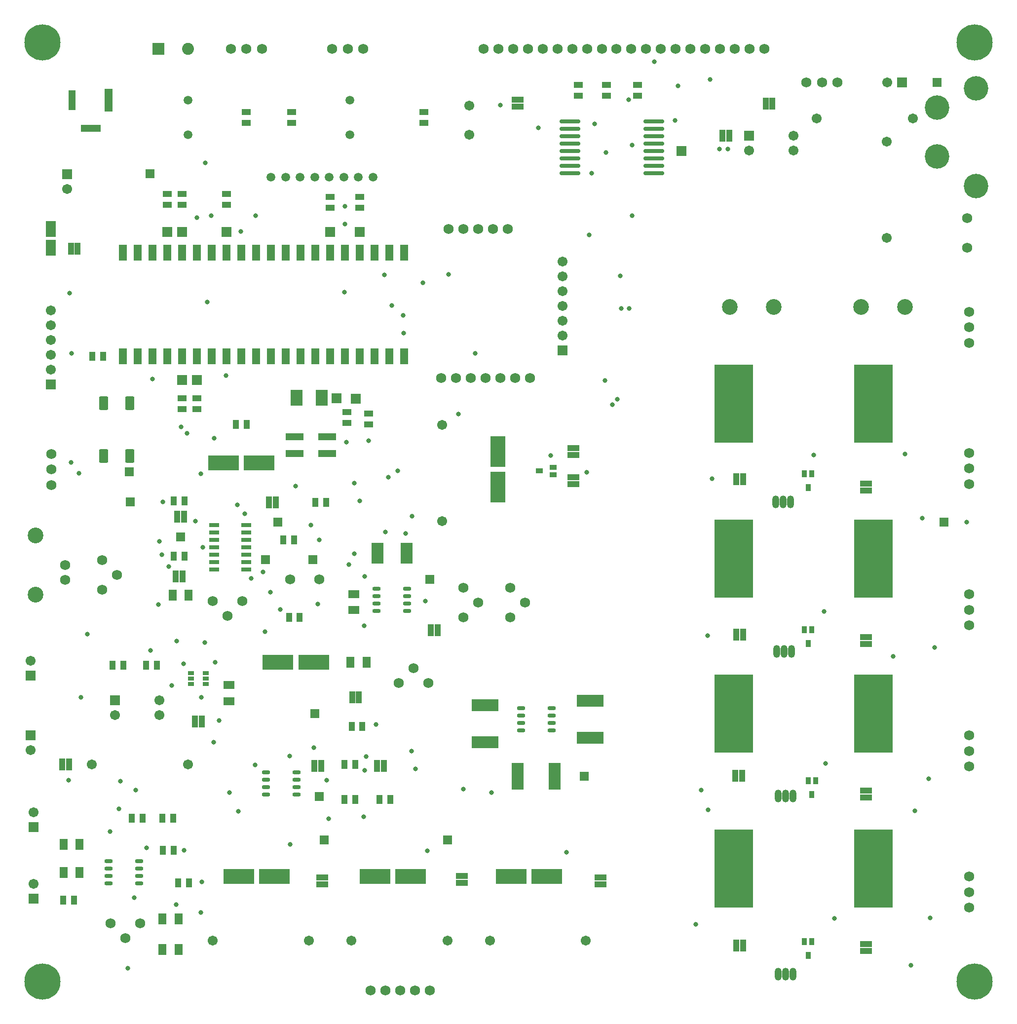
<source format=gts>
G04*
G04 #@! TF.GenerationSoftware,Altium Limited,Altium Designer,21.6.1 (37)*
G04*
G04 Layer_Color=8388736*
%FSLAX25Y25*%
%MOIN*%
G70*
G04*
G04 #@! TF.SameCoordinates,2CCEC8D5-DFE6-49CD-9DF0-9BB73A36F05B*
G04*
G04*
G04 #@! TF.FilePolarity,Negative*
G04*
G01*
G75*
%ADD18R,0.07887X0.18320*%
%ADD19R,0.18320X0.07887*%
%ADD20R,0.07887X0.13989*%
%ADD21O,0.14186X0.02965*%
%ADD22R,0.06509X0.03162*%
%ADD23O,0.05721X0.02965*%
%ADD24R,0.05800X0.10642*%
%ADD25R,0.05800X0.10800*%
%ADD26R,0.03950X0.03162*%
%ADD27R,0.03556X0.04737*%
%ADD28R,0.04737X0.03556*%
%ADD29R,0.26194X0.53162*%
%ADD30R,0.21076X0.10446*%
%ADD31R,0.10446X0.21076*%
%ADD32R,0.07296X0.05524*%
%ADD33R,0.05524X0.07296*%
%ADD34R,0.05918X0.04343*%
%ADD35R,0.04343X0.05918*%
%ADD36R,0.03950X0.08083*%
%ADD37R,0.08083X0.03950*%
%ADD38R,0.12414X0.04737*%
%ADD39R,0.06800X0.06800*%
%ADD40R,0.06800X0.06800*%
%ADD41R,0.07099X0.10642*%
%ADD42R,0.08280X0.11036*%
G04:AMPARAMS|DCode=43|XSize=90.68mil|YSize=62.33mil|CornerRadius=8.07mil|HoleSize=0mil|Usage=FLASHONLY|Rotation=270.000|XOffset=0mil|YOffset=0mil|HoleType=Round|Shape=RoundedRectangle|*
%AMROUNDEDRECTD43*
21,1,0.09068,0.04618,0,0,270.0*
21,1,0.07453,0.06233,0,0,270.0*
1,1,0.01615,-0.02309,-0.03726*
1,1,0.01615,-0.02309,0.03726*
1,1,0.01615,0.02309,0.03726*
1,1,0.01615,0.02309,-0.03726*
%
%ADD43ROUNDEDRECTD43*%
%ADD44C,0.24422*%
%ADD45C,0.16548*%
%ADD46C,0.06800*%
%ADD47C,0.05918*%
%ADD48C,0.10642*%
%ADD49C,0.06706*%
%ADD50R,0.13398X0.04737*%
%ADD51R,0.05524X0.15367*%
%ADD52R,0.04737X0.13398*%
%ADD53R,0.06194X0.06194*%
%ADD54R,0.06706X0.06706*%
%ADD55R,0.06706X0.06706*%
%ADD56O,0.04737X0.08674*%
%ADD57O,0.04737X0.08674*%
%ADD58R,0.08083X0.08083*%
%ADD59C,0.08083*%
%ADD60C,0.03162*%
D18*
X365846Y158465D02*
D03*
X340846D02*
D03*
D19*
X389764Y184350D02*
D03*
Y209350D02*
D03*
X318898Y181398D02*
D03*
Y206398D02*
D03*
D20*
X265846Y309055D02*
D03*
X245965D02*
D03*
D21*
X375984Y600669D02*
D03*
Y595669D02*
D03*
Y590669D02*
D03*
Y585669D02*
D03*
Y580669D02*
D03*
Y575669D02*
D03*
Y570669D02*
D03*
Y565669D02*
D03*
X432677Y600669D02*
D03*
Y595669D02*
D03*
Y590669D02*
D03*
Y585669D02*
D03*
Y580669D02*
D03*
Y575669D02*
D03*
Y570669D02*
D03*
Y565669D02*
D03*
D22*
X157382Y297992D02*
D03*
Y302992D02*
D03*
Y307992D02*
D03*
Y312992D02*
D03*
Y317992D02*
D03*
Y322992D02*
D03*
Y327992D02*
D03*
X135925Y297992D02*
D03*
Y302992D02*
D03*
Y307992D02*
D03*
Y312992D02*
D03*
Y317992D02*
D03*
Y322992D02*
D03*
Y327992D02*
D03*
D23*
X85138Y86004D02*
D03*
Y91004D02*
D03*
Y96004D02*
D03*
Y101004D02*
D03*
X64468Y86004D02*
D03*
Y91004D02*
D03*
Y96004D02*
D03*
Y101004D02*
D03*
X191437Y146043D02*
D03*
Y151043D02*
D03*
Y156043D02*
D03*
Y161043D02*
D03*
X170768Y146043D02*
D03*
Y151043D02*
D03*
Y156043D02*
D03*
Y161043D02*
D03*
X363681Y189350D02*
D03*
Y194350D02*
D03*
Y199350D02*
D03*
Y204350D02*
D03*
X343012Y189350D02*
D03*
Y194350D02*
D03*
Y199350D02*
D03*
Y204350D02*
D03*
X266240Y270059D02*
D03*
Y275059D02*
D03*
Y280059D02*
D03*
Y285059D02*
D03*
X245571Y270059D02*
D03*
Y275059D02*
D03*
Y280059D02*
D03*
Y285059D02*
D03*
D24*
X74000Y512000D02*
D03*
D25*
X174000D02*
D03*
X164000D02*
D03*
X154000D02*
D03*
X144000D02*
D03*
X134000D02*
D03*
X264000D02*
D03*
X254000D02*
D03*
X244000D02*
D03*
X234000D02*
D03*
X224000D02*
D03*
X214000D02*
D03*
X204000D02*
D03*
X194000D02*
D03*
X184000D02*
D03*
X104000D02*
D03*
X94000D02*
D03*
X114000D02*
D03*
X84000D02*
D03*
X124000D02*
D03*
X74000Y442000D02*
D03*
X84000D02*
D03*
X94000D02*
D03*
X104000D02*
D03*
X114000D02*
D03*
X124000D02*
D03*
X134000D02*
D03*
X144000D02*
D03*
X154000D02*
D03*
X164000D02*
D03*
X234000D02*
D03*
X204000D02*
D03*
X214000D02*
D03*
X224000D02*
D03*
X244000D02*
D03*
X254000D02*
D03*
X264000D02*
D03*
X194000D02*
D03*
X184000D02*
D03*
X174000D02*
D03*
D26*
X119980Y220669D02*
D03*
Y224410D02*
D03*
Y228150D02*
D03*
X130020D02*
D03*
Y224410D02*
D03*
Y220669D02*
D03*
D27*
X539583Y257371D02*
D03*
X534465D02*
D03*
X537024Y248119D02*
D03*
X542142Y155413D02*
D03*
X537024D02*
D03*
X539583Y146161D02*
D03*
X539583Y362744D02*
D03*
X534465D02*
D03*
X537024Y353492D02*
D03*
X539583Y46626D02*
D03*
X534465D02*
D03*
X537024Y37374D02*
D03*
D28*
X364685Y362047D02*
D03*
Y367165D02*
D03*
X355433Y364606D02*
D03*
D29*
X486854Y305333D02*
D03*
X581146D02*
D03*
X486854Y200667D02*
D03*
X581146D02*
D03*
X486854Y410000D02*
D03*
X581146D02*
D03*
X486854Y96000D02*
D03*
X581146D02*
D03*
D30*
X202953Y235236D02*
D03*
X178937D02*
D03*
X166008Y370000D02*
D03*
X141992D02*
D03*
X268425Y90551D02*
D03*
X244409D02*
D03*
X176378D02*
D03*
X152362D02*
D03*
X360472D02*
D03*
X336457D02*
D03*
D31*
X327284Y353780D02*
D03*
Y377795D02*
D03*
D32*
X145669Y219980D02*
D03*
Y209154D02*
D03*
X229979Y281398D02*
D03*
Y270571D02*
D03*
D33*
X44783Y93504D02*
D03*
X33957D02*
D03*
X107776Y280512D02*
D03*
X118602D02*
D03*
X44783Y112205D02*
D03*
X33957D02*
D03*
X238681Y235236D02*
D03*
X227854D02*
D03*
X111713Y41339D02*
D03*
X100886D02*
D03*
X100886Y62008D02*
D03*
X111713D02*
D03*
D34*
X157480Y599705D02*
D03*
Y606988D02*
D03*
X187992Y599705D02*
D03*
Y606988D02*
D03*
X277480Y599705D02*
D03*
Y606988D02*
D03*
X381890Y625295D02*
D03*
Y618012D02*
D03*
X400787Y625295D02*
D03*
Y618012D02*
D03*
X421654Y625295D02*
D03*
Y618012D02*
D03*
X144000Y551642D02*
D03*
Y544358D02*
D03*
X114000Y551642D02*
D03*
Y544358D02*
D03*
X104000Y551642D02*
D03*
Y544358D02*
D03*
X214000Y549642D02*
D03*
Y542358D02*
D03*
X234000Y549642D02*
D03*
Y542358D02*
D03*
X240158Y395965D02*
D03*
Y403248D02*
D03*
X225394Y396949D02*
D03*
Y404232D02*
D03*
X124000Y406358D02*
D03*
Y413642D02*
D03*
X114000Y406358D02*
D03*
Y413642D02*
D03*
D35*
X118701Y86417D02*
D03*
X111417D02*
D03*
X108563Y344488D02*
D03*
X115847D02*
D03*
X193602Y265748D02*
D03*
X186319D02*
D03*
X108366Y108268D02*
D03*
X101083D02*
D03*
X157642Y396000D02*
D03*
X150358D02*
D03*
X231004Y166339D02*
D03*
X223721D02*
D03*
X211319Y343504D02*
D03*
X204035D02*
D03*
X100689Y129921D02*
D03*
X107972D02*
D03*
X115847Y307087D02*
D03*
X108563D02*
D03*
X33760Y74803D02*
D03*
X41043D02*
D03*
X89862Y233268D02*
D03*
X97146D02*
D03*
X67224D02*
D03*
X74508D02*
D03*
X235925Y191929D02*
D03*
X228642D02*
D03*
X247342Y142717D02*
D03*
X254626D02*
D03*
X53445Y441929D02*
D03*
X60728D02*
D03*
X87303Y129921D02*
D03*
X80020D02*
D03*
X223721Y142717D02*
D03*
X231004D02*
D03*
X189665Y317913D02*
D03*
X182382D02*
D03*
D36*
X109941Y293307D02*
D03*
X114469D02*
D03*
X203445Y165354D02*
D03*
X207972D02*
D03*
X33169Y166339D02*
D03*
X37697D02*
D03*
X127461Y195276D02*
D03*
X122933D02*
D03*
X512894Y612598D02*
D03*
X508366D02*
D03*
X479232Y590945D02*
D03*
X483760D02*
D03*
X229035Y211614D02*
D03*
X233563D02*
D03*
X245768Y165354D02*
D03*
X250295D02*
D03*
X115453Y333661D02*
D03*
X110925D02*
D03*
X488500Y44000D02*
D03*
X493028D02*
D03*
X488500Y254068D02*
D03*
X493028D02*
D03*
X487894Y158661D02*
D03*
X492421D02*
D03*
X488500Y359102D02*
D03*
X493028D02*
D03*
X172933Y343504D02*
D03*
X177461D02*
D03*
X39075Y514764D02*
D03*
X43602D02*
D03*
X282185Y256890D02*
D03*
X286713D02*
D03*
D37*
X340945Y615256D02*
D03*
Y610728D02*
D03*
X576181Y148556D02*
D03*
Y144029D02*
D03*
Y355906D02*
D03*
Y351378D02*
D03*
Y252231D02*
D03*
Y247703D02*
D03*
X303150Y86319D02*
D03*
Y90847D02*
D03*
X208661Y85335D02*
D03*
Y89862D02*
D03*
X396654Y85335D02*
D03*
Y89862D02*
D03*
X378465Y360177D02*
D03*
Y355650D02*
D03*
Y375335D02*
D03*
Y379862D02*
D03*
X576181Y44882D02*
D03*
Y40354D02*
D03*
D38*
X212000Y376390D02*
D03*
Y387610D02*
D03*
X190000Y376390D02*
D03*
Y387610D02*
D03*
D39*
X231299Y413386D02*
D03*
X104000Y526000D02*
D03*
X114000Y426000D02*
D03*
Y526000D02*
D03*
X234000D02*
D03*
X124000Y426000D02*
D03*
X144000Y526000D02*
D03*
X214000D02*
D03*
X451476Y580610D02*
D03*
D40*
X218555Y413634D02*
D03*
D41*
X25297Y515354D02*
D03*
Y527953D02*
D03*
D42*
X208465Y414000D02*
D03*
X191535D02*
D03*
D43*
X61260Y410433D02*
D03*
Y374606D02*
D03*
X78898Y410433D02*
D03*
Y374606D02*
D03*
D44*
X19685Y653937D02*
D03*
Y19685D02*
D03*
X649606D02*
D03*
Y653937D02*
D03*
D45*
X650591Y556973D02*
D03*
Y622905D02*
D03*
X624016Y609842D02*
D03*
Y577165D02*
D03*
D46*
X644291Y535433D02*
D03*
Y515433D02*
D03*
X294000Y528000D02*
D03*
X304000D02*
D03*
X314000D02*
D03*
X324000D02*
D03*
X334000D02*
D03*
X289079Y427400D02*
D03*
X299079Y427402D02*
D03*
X309079D02*
D03*
X319079D02*
D03*
X329079D02*
D03*
X339079D02*
D03*
X349079D02*
D03*
X187008Y291339D02*
D03*
X206693D02*
D03*
X507295Y649586D02*
D03*
X497295D02*
D03*
X487295D02*
D03*
X477295D02*
D03*
X467295D02*
D03*
X457610D02*
D03*
X447610D02*
D03*
X437610D02*
D03*
X427610D02*
D03*
X417610D02*
D03*
X407610D02*
D03*
X397767D02*
D03*
X387925D02*
D03*
X377925D02*
D03*
X367925D02*
D03*
X357925D02*
D03*
X347925D02*
D03*
X337925D02*
D03*
X327925D02*
D03*
X317925D02*
D03*
X35039Y290945D02*
D03*
Y300945D02*
D03*
X75945Y49055D02*
D03*
X85945Y59055D02*
D03*
X65945D02*
D03*
X70039Y294449D02*
D03*
X60039Y304449D02*
D03*
Y284449D02*
D03*
X270512Y231457D02*
D03*
X260512Y221457D02*
D03*
X280512D02*
D03*
X144843Y266575D02*
D03*
X154842Y276575D02*
D03*
X134843D02*
D03*
X314134Y275748D02*
D03*
X304134Y285748D02*
D03*
Y265748D02*
D03*
X345630Y275748D02*
D03*
X335630Y285748D02*
D03*
Y265748D02*
D03*
X281496Y13780D02*
D03*
X271496D02*
D03*
X261496D02*
D03*
X251496D02*
D03*
X241496D02*
D03*
X556772Y627165D02*
D03*
X535827D02*
D03*
X546299D02*
D03*
X645669Y355728D02*
D03*
Y376673D02*
D03*
Y366201D02*
D03*
Y260354D02*
D03*
Y281299D02*
D03*
Y270827D02*
D03*
Y164980D02*
D03*
Y185925D02*
D03*
Y175453D02*
D03*
X167953Y649606D02*
D03*
X147008D02*
D03*
X157480D02*
D03*
X236496D02*
D03*
X215551D02*
D03*
X226024D02*
D03*
X645669Y451102D02*
D03*
Y472047D02*
D03*
Y461575D02*
D03*
X25643Y375984D02*
D03*
Y355039D02*
D03*
Y365512D02*
D03*
X645669Y69606D02*
D03*
Y90551D02*
D03*
Y80079D02*
D03*
D47*
X233268Y562992D02*
D03*
X223425D02*
D03*
X213583D02*
D03*
X203740D02*
D03*
X193898D02*
D03*
X184055D02*
D03*
X174213D02*
D03*
X243110D02*
D03*
X118110Y591535D02*
D03*
Y615158D02*
D03*
X227362Y591535D02*
D03*
Y615158D02*
D03*
D48*
X484252Y475394D02*
D03*
X602362D02*
D03*
X513779D02*
D03*
X572835D02*
D03*
X15039Y280945D02*
D03*
Y320945D02*
D03*
D49*
X118012Y166339D02*
D03*
X53150D02*
D03*
X607776Y602756D02*
D03*
X542913D02*
D03*
X228445Y47244D02*
D03*
X293307D02*
D03*
X134941D02*
D03*
X199803D02*
D03*
X321949D02*
D03*
X386811D02*
D03*
X590158Y586910D02*
D03*
Y522047D02*
D03*
X289882Y330649D02*
D03*
Y395512D02*
D03*
X308268Y611221D02*
D03*
Y591535D02*
D03*
X13780Y85787D02*
D03*
Y134016D02*
D03*
X11811Y236378D02*
D03*
Y176024D02*
D03*
X590551Y627165D02*
D03*
X36417Y555118D02*
D03*
X527000Y591000D02*
D03*
Y581000D02*
D03*
X497000D02*
D03*
X68661Y199724D02*
D03*
X98661D02*
D03*
Y209724D02*
D03*
X371063Y465866D02*
D03*
Y455866D02*
D03*
Y475866D02*
D03*
Y485866D02*
D03*
Y495866D02*
D03*
Y505866D02*
D03*
X25397Y452913D02*
D03*
Y462913D02*
D03*
Y472913D02*
D03*
Y432913D02*
D03*
Y442913D02*
D03*
D50*
X52559Y596063D02*
D03*
D51*
X64370Y614961D02*
D03*
D52*
X39764D02*
D03*
D53*
X624016Y627165D02*
D03*
X203937Y200787D02*
D03*
X79134Y343701D02*
D03*
X628740Y329921D02*
D03*
X293307Y115354D02*
D03*
X78586Y363946D02*
D03*
X202362Y304724D02*
D03*
X92520Y565354D02*
D03*
X178740Y329921D02*
D03*
X210236Y115354D02*
D03*
X170472Y304724D02*
D03*
X281496Y291339D02*
D03*
X113189Y319882D02*
D03*
X206693Y144685D02*
D03*
X385827Y158465D02*
D03*
D54*
X13780Y75787D02*
D03*
Y124016D02*
D03*
X11811Y226378D02*
D03*
Y186024D02*
D03*
X36417Y565118D02*
D03*
X371063Y445866D02*
D03*
X25397Y422913D02*
D03*
D55*
X600551Y627165D02*
D03*
X497000Y591000D02*
D03*
X68661Y209724D02*
D03*
D56*
X515079Y343701D02*
D03*
X525079D02*
D03*
X516653Y144877D02*
D03*
X526653D02*
D03*
X515866Y242520D02*
D03*
X525866D02*
D03*
X516653Y24803D02*
D03*
X526653D02*
D03*
D57*
X520079Y343701D02*
D03*
X521654Y144877D02*
D03*
X520866Y242520D02*
D03*
X521654Y24803D02*
D03*
D58*
X98110Y649606D02*
D03*
D59*
X118110D02*
D03*
D60*
X416142Y474409D02*
D03*
X45866Y211614D02*
D03*
X50000Y254331D02*
D03*
X82874Y149114D02*
D03*
X71358Y136319D02*
D03*
X81693Y76279D02*
D03*
X65551Y120965D02*
D03*
X90158Y109843D02*
D03*
X72441Y155118D02*
D03*
X77362Y28642D02*
D03*
X127953Y312992D02*
D03*
X98819Y316929D02*
D03*
X105020Y299902D02*
D03*
X100394Y308071D02*
D03*
X110039Y71752D02*
D03*
X135531Y181299D02*
D03*
X127559Y87008D02*
D03*
X146161Y147343D02*
D03*
X151969Y134646D02*
D03*
X126673Y66240D02*
D03*
X115354Y108268D02*
D03*
X153937Y526378D02*
D03*
X133760Y536909D02*
D03*
X124016Y535827D02*
D03*
X37402Y155512D02*
D03*
X106988Y219587D02*
D03*
X110433Y249606D02*
D03*
X92618Y243504D02*
D03*
X136319Y235236D02*
D03*
X129528Y248524D02*
D03*
X126969Y211713D02*
D03*
X115157Y234252D02*
D03*
X139189Y196063D02*
D03*
X98047Y274311D02*
D03*
X123031Y330709D02*
D03*
X44488Y362992D02*
D03*
X101208Y343674D02*
D03*
X135827Y386811D02*
D03*
X126772Y362598D02*
D03*
X117323Y390158D02*
D03*
X113386Y394488D02*
D03*
X38976Y370472D02*
D03*
X156496Y335630D02*
D03*
X151575Y341535D02*
D03*
X38189Y484646D02*
D03*
X94095Y426772D02*
D03*
X143701Y429134D02*
D03*
X131102Y478740D02*
D03*
X39370Y444095D02*
D03*
X163386Y166142D02*
D03*
X160630Y292126D02*
D03*
X180315Y270866D02*
D03*
X173622Y282677D02*
D03*
X170276Y255906D02*
D03*
X168898Y296457D02*
D03*
X129921Y572835D02*
D03*
X390945Y565748D02*
D03*
X387438Y363555D02*
D03*
X259842Y364567D02*
D03*
X253543Y360236D02*
D03*
X363189Y375000D02*
D03*
X312008Y443898D02*
D03*
X300787Y403150D02*
D03*
X388976Y524016D02*
D03*
X276772Y491732D02*
D03*
X410630Y474409D02*
D03*
X410236Y496457D02*
D03*
X294094Y497244D02*
D03*
X304251Y149526D02*
D03*
X268996Y175394D02*
D03*
X323228Y147244D02*
D03*
X245276Y193307D02*
D03*
X271654Y163386D02*
D03*
X404724Y409449D02*
D03*
X408268Y412992D02*
D03*
X399787Y425527D02*
D03*
X269291Y333858D02*
D03*
X278543Y276575D02*
D03*
X264961Y322457D02*
D03*
X251575Y323228D02*
D03*
X224016Y543307D02*
D03*
X255906Y476378D02*
D03*
X250787Y496850D02*
D03*
X263386Y469685D02*
D03*
X224016Y531496D02*
D03*
X163779Y537008D02*
D03*
X263779Y457677D02*
D03*
X223622Y485433D02*
D03*
X240158Y385039D02*
D03*
X236614Y131102D02*
D03*
X230315Y308661D02*
D03*
X226772Y301181D02*
D03*
X238583Y171653D02*
D03*
X237402Y162205D02*
D03*
X225197Y383858D02*
D03*
X237402Y293307D02*
D03*
X237008Y259842D02*
D03*
X234252Y344488D02*
D03*
X230315Y356299D02*
D03*
X213189Y129823D02*
D03*
X211811Y155512D02*
D03*
X190945Y354331D02*
D03*
X206693Y317913D02*
D03*
X205906Y274803D02*
D03*
X201181Y327953D02*
D03*
X186614Y172047D02*
D03*
X203150Y177657D02*
D03*
X187008Y112205D02*
D03*
X279921Y107874D02*
D03*
X373622Y107087D02*
D03*
X477165Y581890D02*
D03*
X482677D02*
D03*
X470882Y629134D02*
D03*
X449185Y624830D02*
D03*
X447244Y601181D02*
D03*
X392644Y598943D02*
D03*
X354724Y596457D02*
D03*
X329134Y611811D02*
D03*
X554724Y62205D02*
D03*
X614173Y332677D02*
D03*
X602362Y375984D02*
D03*
X540945Y375197D02*
D03*
X609252Y134843D02*
D03*
X606299Y30512D02*
D03*
X461122Y58366D02*
D03*
X400394Y579528D02*
D03*
X415748Y615354D02*
D03*
X433071Y640945D02*
D03*
X418110Y584646D02*
D03*
Y537008D02*
D03*
X471949Y359350D02*
D03*
X464764Y149114D02*
D03*
X469488Y135827D02*
D03*
X468996Y253445D02*
D03*
X548819Y166929D02*
D03*
X644095Y329921D02*
D03*
X618504Y156693D02*
D03*
X619291Y62598D02*
D03*
X622441Y245276D02*
D03*
X547638Y269685D02*
D03*
X594488Y239173D02*
D03*
M02*

</source>
